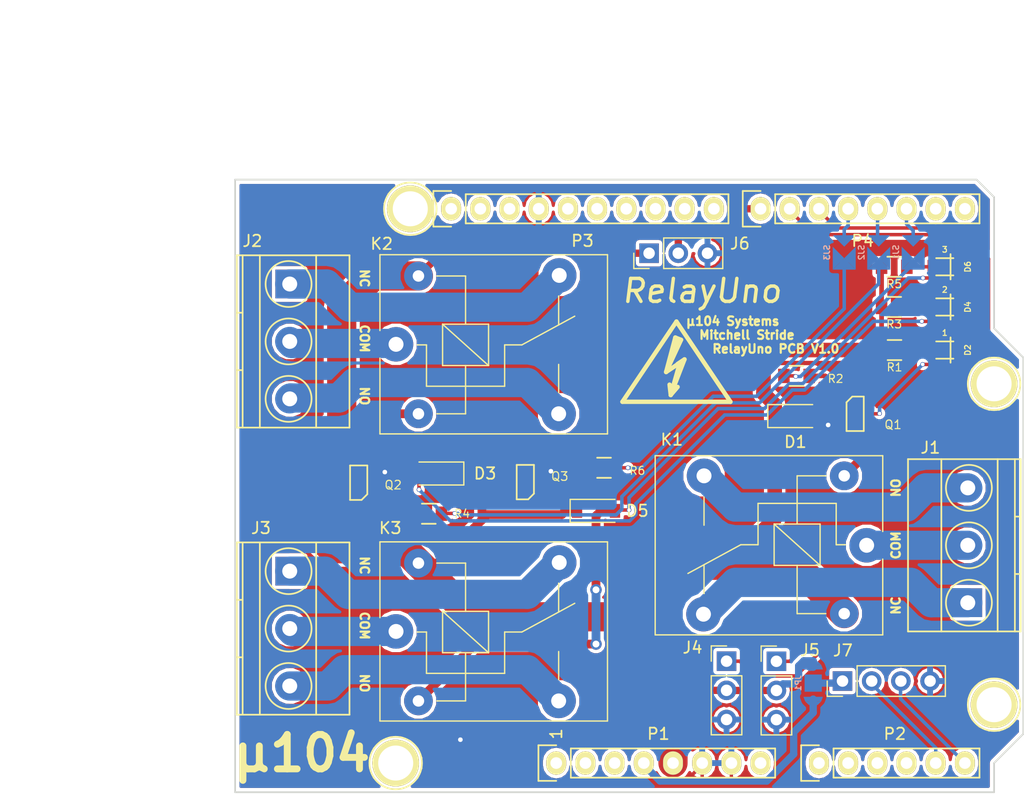
<source format=kicad_pcb>
(kicad_pcb (version 4) (host pcbnew 4.0.7)
  (title_block (date "lun. 30 mars 2015"))
  (layers (0 F.Cu signal) (31 B.Cu signal) (34 B.Paste user) (35 F.Paste user) (36 B.SilkS user) (37 F.SilkS user) (38 B.Mask user) (39 F.Mask user) (44 Edge.Cuts user))
  (net 0 "")
  (net 1 +5V)
  (net 2 GND)
  (net 3 "/A4(SDA)")
  (net 4 "/A5(SCL)")
  (net 5 "Net-(D1-Pad2)")
  (net 6 "Net-(D2-Pad2)")
  (net 7 "Net-(D3-Pad2)")
  (net 8 "Net-(D4-Pad2)")
  (net 9 "Net-(D5-Pad2)")
  (net 10 "Net-(D6-Pad2)")
  (net 11 /NO1)
  (net 12 /NC1)
  (net 13 /COM1)
  (net 14 "Net-(Q1-Pad1)")
  (net 15 "Net-(Q2-Pad1)")
  (net 16 "Net-(Q3-Pad1)")
  (net 17 +3V3)
  (net 18 /7)
  (net 19 "/6(**)")
  (net 20 "/5(**)")
  (net 21 /4)
  (net 22 "/3(**)")
  (net 23 /2)
  (net 24 /relay1)
  (net 25 /relay2)
  (net 26 /relay3)
  (net 27 /NO2)
  (net 28 /NC2)
  (net 29 /COM2)
  (net 30 /NO3)
  (net 31 /NC3)
  (net 32 /COM3)
  (net 33 "Net-(J7-Pad1)")
  (module Socket_Arduino_Uno:Socket_Strip_Arduino_1x08 (layer F.Cu) (at 138.938 123.825)
    (fp_text reference P1 (at 8.89 -2.54) (layer F.SilkS))
    (fp_text value Power)
    (pad 1 thru_hole oval (at 0 0) (size 1.7272 2.032) (drill 1.016) (layers *.Cu *.Mask F.SilkS))
    (pad 2 thru_hole oval (at 2.54 0) (size 1.7272 2.032) (drill 1.016) (layers *.Cu *.Mask F.SilkS))
    (pad 3 thru_hole oval (at 5.08 0) (size 1.7272 2.032) (drill 1.016) (layers *.Cu *.Mask F.SilkS))
    (pad 4 thru_hole oval (at 7.62 0) (size 1.7272 2.032) (drill 1.016) (layers *.Cu *.Mask F.SilkS) (net 17 +3V3))
    (pad 5 thru_hole oval (at 10.16 0) (size 1.7272 2.032) (drill 1.016) (layers *.Cu *.Mask F.SilkS) (net 1 +5V))
    (pad 6 thru_hole oval (at 12.7 0) (size 1.7272 2.032) (drill 1.016) (layers *.Cu *.Mask F.SilkS) (net 2 GND))
    (pad 7 thru_hole oval (at 15.24 0) (size 1.7272 2.032) (drill 1.016) (layers *.Cu *.Mask F.SilkS) (net 2 GND))
    (pad 8 thru_hole oval (at 17.78 0) (size 1.7272 2.032) (drill 1.016) (layers *.Cu *.Mask F.SilkS))
  )
  (module Socket_Arduino_Uno:Socket_Strip_Arduino_1x06 (layer F.Cu) (at 161.798 123.825)
    (fp_text reference P2 (at 6.604 -2.54) (layer F.SilkS))
    (fp_text value Analog)
    (pad 1 thru_hole oval (at 0 0) (size 1.7272 2.032) (drill 1.016) (layers *.Cu *.Mask F.SilkS))
    (pad 2 thru_hole oval (at 2.54 0) (size 1.7272 2.032) (drill 1.016) (layers *.Cu *.Mask F.SilkS))
    (pad 3 thru_hole oval (at 5.08 0) (size 1.7272 2.032) (drill 1.016) (layers *.Cu *.Mask F.SilkS))
    (pad 4 thru_hole oval (at 7.62 0) (size 1.7272 2.032) (drill 1.016) (layers *.Cu *.Mask F.SilkS))
    (pad 5 thru_hole oval (at 10.16 0) (size 1.7272 2.032) (drill 1.016) (layers *.Cu *.Mask F.SilkS) (net 3 "/A4(SDA)"))
    (pad 6 thru_hole oval (at 12.7 0) (size 1.7272 2.032) (drill 1.016) (layers *.Cu *.Mask F.SilkS) (net 4 "/A5(SCL)"))
  )
  (module Socket_Arduino_Uno:Socket_Strip_Arduino_1x10 (layer F.Cu) (at 129.794 75.565)
    (fp_text reference P3 (at 11.43 2.794) (layer F.SilkS))
    (fp_text value Digital)
    (pad 1 thru_hole oval (at 0 0) (size 1.7272 2.032) (drill 1.016) (layers *.Cu *.Mask F.SilkS))
    (pad 2 thru_hole oval (at 2.54 0) (size 1.7272 2.032) (drill 1.016) (layers *.Cu *.Mask F.SilkS))
    (pad 3 thru_hole oval (at 5.08 0) (size 1.7272 2.032) (drill 1.016) (layers *.Cu *.Mask F.SilkS))
    (pad 4 thru_hole oval (at 7.62 0) (size 1.7272 2.032) (drill 1.016) (layers *.Cu *.Mask F.SilkS) (net 2 GND))
    (pad 5 thru_hole oval (at 10.16 0) (size 1.7272 2.032) (drill 1.016) (layers *.Cu *.Mask F.SilkS))
    (pad 6 thru_hole oval (at 12.7 0) (size 1.7272 2.032) (drill 1.016) (layers *.Cu *.Mask F.SilkS))
    (pad 7 thru_hole oval (at 15.24 0) (size 1.7272 2.032) (drill 1.016) (layers *.Cu *.Mask F.SilkS))
    (pad 8 thru_hole oval (at 17.78 0) (size 1.7272 2.032) (drill 1.016) (layers *.Cu *.Mask F.SilkS))
    (pad 9 thru_hole oval (at 20.32 0) (size 1.7272 2.032) (drill 1.016) (layers *.Cu *.Mask F.SilkS))
    (pad 10 thru_hole oval (at 22.86 0) (size 1.7272 2.032) (drill 1.016) (layers *.Cu *.Mask F.SilkS))
  )
  (module Socket_Arduino_Uno:Socket_Strip_Arduino_1x08 (layer F.Cu) (at 156.718 75.565)
    (fp_text reference P4 (at 8.89 2.794) (layer F.SilkS))
    (fp_text value Digital)
    (pad 1 thru_hole oval (at 0 0) (size 1.7272 2.032) (drill 1.016) (layers *.Cu *.Mask F.SilkS) (net 18 /7))
    (pad 2 thru_hole oval (at 2.54 0) (size 1.7272 2.032) (drill 1.016) (layers *.Cu *.Mask F.SilkS) (net 19 "/6(**)"))
    (pad 3 thru_hole oval (at 5.08 0) (size 1.7272 2.032) (drill 1.016) (layers *.Cu *.Mask F.SilkS) (net 20 "/5(**)"))
    (pad 4 thru_hole oval (at 7.62 0) (size 1.7272 2.032) (drill 1.016) (layers *.Cu *.Mask F.SilkS) (net 21 /4))
    (pad 5 thru_hole oval (at 10.16 0) (size 1.7272 2.032) (drill 1.016) (layers *.Cu *.Mask F.SilkS) (net 22 "/3(**)"))
    (pad 6 thru_hole oval (at 12.7 0) (size 1.7272 2.032) (drill 1.016) (layers *.Cu *.Mask F.SilkS) (net 23 /2))
    (pad 7 thru_hole oval (at 15.24 0) (size 1.7272 2.032) (drill 1.016) (layers *.Cu *.Mask F.SilkS))
    (pad 8 thru_hole oval (at 17.78 0) (size 1.7272 2.032) (drill 1.016) (layers *.Cu *.Mask F.SilkS))
  )
  (module Socket_Arduino_Uno:Arduino_1pin (layer F.Cu) (at 124.968 123.825)
    (fp_text reference P5 hide)
    (fp_text value CONN_01X01 hide)
    (pad 1 thru_hole circle (at 0 0) (size 4.064 4.064) (drill 3.048) (layers *.Cu *.Mask F.SilkS))
  )
  (module Socket_Arduino_Uno:Arduino_1pin (layer F.Cu) (at 177.038 118.745)
    (fp_text reference P6 hide)
    (fp_text value CONN_01X01 hide)
    (pad 1 thru_hole circle (at 0 0) (size 4.064 4.064) (drill 3.048) (layers *.Cu *.Mask F.SilkS))
  )
  (module Socket_Arduino_Uno:Arduino_1pin (layer F.Cu) (at 126.238 75.565)
    (fp_text reference P7 hide)
    (fp_text value CONN_01X01 hide)
    (pad 1 thru_hole circle (at 0 0) (size 4.064 4.064) (drill 3.048) (layers *.Cu *.Mask F.SilkS))
  )
  (module Socket_Arduino_Uno:Arduino_1pin (layer F.Cu) (at 177.038 90.805)
    (fp_text reference P8 hide)
    (fp_text value CONN_01X01 hide)
    (pad 1 thru_hole circle (at 0 0) (size 4.064 4.064) (drill 3.048) (layers *.Cu *.Mask F.SilkS))
  )
  (module Diodes_SMD:D_SOD-123 (layer F.Cu) (at 159.598 93.615)
    (fp_text reference D1 (at 0.15 2.25) (layer F.SilkS))
    (fp_text value D)
    (pad 1 smd rect (at -1.65 0) (size 0.9 1.2) (layers F.Cu F.Paste F.Mask) (net 1 +5V))
    (pad 2 smd rect (at 1.65 0) (size 0.9 1.2) (layers F.Cu F.Paste F.Mask) (net 5 "Net-(D1-Pad2)"))
  )
  (module µ104KiCAD_RLC:LED_Wurth_WL-SMCW_0805_G (layer F.Cu) (at 172.748 87.865 180)
    (fp_text reference D2 (at -2 0 270) (layer F.SilkS) (effects (font (size 0.5 0.5) (thickness 0.1))))
    (fp_text value 1 (at 0 1.5 180) (layer F.SilkS) (effects (font (size 0.5 0.5) (thickness 0.1))))
    (pad 1 smd rect (at -1 0 180) (size 1 1.2) (layers F.Cu F.Paste F.Mask) (net 5 "Net-(D1-Pad2)"))
    (pad 2 smd rect (at 1 0 180) (size 1 1.2) (layers F.Cu F.Paste F.Mask) (net 6 "Net-(D2-Pad2)"))
  )
  (module Diodes_SMD:D_SOD-123 (layer F.Cu) (at 128.648 98.615 180)
    (fp_text reference D3 (at -4.1 0 180) (layer F.SilkS))
    (fp_text value D)
    (pad 1 smd rect (at -1.65 0 180) (size 0.9 1.2) (layers F.Cu F.Paste F.Mask) (net 1 +5V))
    (pad 2 smd rect (at 1.65 0 180) (size 0.9 1.2) (layers F.Cu F.Paste F.Mask) (net 7 "Net-(D3-Pad2)"))
  )
  (module µ104KiCAD_RLC:LED_Wurth_WL-SMCW_0805_G (layer F.Cu) (at 172.748 84.115 180)
    (fp_text reference D4 (at -2 0 270) (layer F.SilkS) (effects (font (size 0.5 0.5) (thickness 0.1))))
    (fp_text value 2 (at 0 1.5 180) (layer F.SilkS) (effects (font (size 0.5 0.5) (thickness 0.1))))
    (pad 1 smd rect (at -1 0 180) (size 1 1.2) (layers F.Cu F.Paste F.Mask) (net 7 "Net-(D3-Pad2)"))
    (pad 2 smd rect (at 1 0 180) (size 1 1.2) (layers F.Cu F.Paste F.Mask) (net 8 "Net-(D4-Pad2)"))
  )
  (module Diodes_SMD:D_SOD-123 (layer F.Cu) (at 142.398 101.865)
    (fp_text reference D5 (at 3.6 0) (layer F.SilkS))
    (fp_text value D)
    (pad 1 smd rect (at -1.65 0) (size 0.9 1.2) (layers F.Cu F.Paste F.Mask) (net 1 +5V))
    (pad 2 smd rect (at 1.65 0) (size 0.9 1.2) (layers F.Cu F.Paste F.Mask) (net 9 "Net-(D5-Pad2)"))
  )
  (module µ104KiCAD_RLC:LED_Wurth_WL-SMCW_0805_G (layer F.Cu) (at 172.748 80.615 180)
    (fp_text reference D6 (at -2 0 270) (layer F.SilkS) (effects (font (size 0.5 0.5) (thickness 0.1))))
    (fp_text value 3 (at 0 1.5 180) (layer F.SilkS) (effects (font (size 0.5 0.5) (thickness 0.1))))
    (pad 1 smd rect (at -1 0 180) (size 1 1.2) (layers F.Cu F.Paste F.Mask) (net 9 "Net-(D5-Pad2)"))
    (pad 2 smd rect (at 1 0 180) (size 1 1.2) (layers F.Cu F.Paste F.Mask) (net 10 "Net-(D6-Pad2)"))
  )
  (module TerminalBlocks_Phoenix:TerminalBlock_Phoenix_MKDS1.5-3pol (layer F.Cu) (at 174.748 109.865 90)
    (fp_text reference J1 (at 13.5 -3.25 180) (layer F.SilkS))
    (fp_text value Screw_Terminal_01x03)
    (pad 3 thru_hole circle (at 10 0 90) (size 2.5 2.5) (drill 1.3) (layers *.Cu *.Mask) (net 11 /NO1))
    (pad 1 thru_hole rect (at 0 0 90) (size 2.5 2.5) (drill 1.3) (layers *.Cu *.Mask) (net 12 /NC1))
    (pad 2 thru_hole circle (at 5 0 90) (size 2.5 2.5) (drill 1.3) (layers *.Cu *.Mask) (net 13 /COM1))
  )
  (module TerminalBlocks_Phoenix:TerminalBlock_Phoenix_MKDS1.5-3pol (layer F.Cu) (at 115.748 82.115 270)
    (fp_text reference J2 (at -3.75 3.25 360) (layer F.SilkS))
    (fp_text value Screw_Terminal_01x03)
    (pad 3 thru_hole circle (at 10 0 270) (size 2.5 2.5) (drill 1.3) (layers *.Cu *.Mask) (net 27 /NO2))
    (pad 1 thru_hole rect (at 0 0 270) (size 2.5 2.5) (drill 1.3) (layers *.Cu *.Mask) (net 28 /NC2))
    (pad 2 thru_hole circle (at 5 0 270) (size 2.5 2.5) (drill 1.3) (layers *.Cu *.Mask) (net 29 /COM2))
  )
  (module TerminalBlocks_Phoenix:TerminalBlock_Phoenix_MKDS1.5-3pol (layer F.Cu) (at 115.748 107.115 270)
    (fp_text reference J3 (at -3.75 2.5 360) (layer F.SilkS))
    (fp_text value Screw_Terminal_01x03)
    (pad 3 thru_hole circle (at 10 0 270) (size 2.5 2.5) (drill 1.3) (layers *.Cu *.Mask) (net 30 /NO3))
    (pad 1 thru_hole rect (at 0 0 270) (size 2.5 2.5) (drill 1.3) (layers *.Cu *.Mask) (net 31 /NC3))
    (pad 2 thru_hole circle (at 5 0 270) (size 2.5 2.5) (drill 1.3) (layers *.Cu *.Mask) (net 32 /COM3))
  )
  (module µ104KiCAD_IC:SOT-23-3 (layer F.Cu) (at 164.948 93.415 270)
    (fp_text reference Q1 (at 0.95 -3.3 360) (layer F.SilkS) (effects (font (size 0.75 0.75) (thickness 0.1))))
    (fp_text value Q_NPN_BCE)
    (pad 1 smd rect (at -0.95 1 270) (size 0.9 1) (layers F.Cu F.Paste F.Mask) (net 14 "Net-(Q1-Pad1)"))
    (pad 2 smd rect (at 0.95 1 270) (size 0.9 1) (layers F.Cu F.Paste F.Mask) (net 2 GND))
    (pad 3 smd rect (at 0 -1 270) (size 0.9 1) (layers F.Cu F.Paste F.Mask) (net 5 "Net-(D1-Pad2)"))
  )
  (module µ104KiCAD_IC:SOT-23-3 (layer F.Cu) (at 121.748 99.415 90)
    (fp_text reference Q2 (at -0.2 3 180) (layer F.SilkS) (effects (font (size 0.75 0.75) (thickness 0.1))))
    (fp_text value Q_NPN_BCE)
    (pad 1 smd rect (at -0.95 1 90) (size 0.9 1) (layers F.Cu F.Paste F.Mask) (net 15 "Net-(Q2-Pad1)"))
    (pad 2 smd rect (at 0.95 1 90) (size 0.9 1) (layers F.Cu F.Paste F.Mask) (net 2 GND))
    (pad 3 smd rect (at 0 -1 90) (size 0.9 1) (layers F.Cu F.Paste F.Mask) (net 7 "Net-(D3-Pad2)"))
  )
  (module µ104KiCAD_IC:SOT-23-3 (layer F.Cu) (at 136.248 99.365 90)
    (fp_text reference Q3 (at 0.5 3 180) (layer F.SilkS) (effects (font (size 0.75 0.75) (thickness 0.1))))
    (fp_text value Q_NPN_BCE)
    (pad 1 smd rect (at -0.95 1 90) (size 0.9 1) (layers F.Cu F.Paste F.Mask) (net 16 "Net-(Q3-Pad1)"))
    (pad 2 smd rect (at 0.95 1 90) (size 0.9 1) (layers F.Cu F.Paste F.Mask) (net 2 GND))
    (pad 3 smd rect (at 0 -1 90) (size 0.9 1) (layers F.Cu F.Paste F.Mask) (net 9 "Net-(D5-Pad2)"))
  )
  (module µ104KiCAD_RLC:SMD_pkg_0805 (layer F.Cu) (at 168.373 87.865 180)
    (fp_text reference R1 (at 0 -1.5 180) (layer F.SilkS) (effects (font (size 0.7 0.7) (thickness 0.1))))
    (fp_text value 1k)
    (pad 1 smd rect (at -1.1 0 180) (size 1 1.25) (layers F.Cu F.Paste F.Mask) (net 6 "Net-(D2-Pad2)"))
    (pad 2 smd rect (at 1.1 0 180) (size 1 1.25) (layers F.Cu F.Paste F.Mask) (net 1 +5V))
  )
  (module µ104KiCAD_RLC:SMD_pkg_0805 (layer F.Cu) (at 159.848 90.115 180)
    (fp_text reference R2 (at -3.4 -0.25 180) (layer F.SilkS) (effects (font (size 0.7 0.7) (thickness 0.1))))
    (fp_text value 1k)
    (pad 1 smd rect (at -1.1 0 180) (size 1 1.25) (layers F.Cu F.Paste F.Mask) (net 14 "Net-(Q1-Pad1)"))
    (pad 2 smd rect (at 1.1 0 180) (size 1 1.25) (layers F.Cu F.Paste F.Mask) (net 24 /relay1))
  )
  (module µ104KiCAD_RLC:SMD_pkg_0805 (layer F.Cu) (at 168.348 84.115 180)
    (fp_text reference R3 (at 0 -1.5 180) (layer F.SilkS) (effects (font (size 0.7 0.7) (thickness 0.1))))
    (fp_text value 1k)
    (pad 1 smd rect (at -1.1 0 180) (size 1 1.25) (layers F.Cu F.Paste F.Mask) (net 8 "Net-(D4-Pad2)"))
    (pad 2 smd rect (at 1.1 0 180) (size 1 1.25) (layers F.Cu F.Paste F.Mask) (net 1 +5V))
  )
  (module µ104KiCAD_RLC:SMD_pkg_0805 (layer F.Cu) (at 127.848 102.115)
    (fp_text reference R4 (at 2.9 0) (layer F.SilkS) (effects (font (size 0.7 0.7) (thickness 0.1))))
    (fp_text value 1k)
    (pad 1 smd rect (at -1.1 0) (size 1 1.25) (layers F.Cu F.Paste F.Mask) (net 15 "Net-(Q2-Pad1)"))
    (pad 2 smd rect (at 1.1 0) (size 1 1.25) (layers F.Cu F.Paste F.Mask) (net 25 /relay2))
  )
  (module µ104KiCAD_RLC:SMD_pkg_0805 (layer F.Cu) (at 168.348 80.615 180)
    (fp_text reference R5 (at 0 -1.5 180) (layer F.SilkS) (effects (font (size 0.7 0.7) (thickness 0.1))))
    (fp_text value 1k)
    (pad 1 smd rect (at -1.1 0 180) (size 1 1.25) (layers F.Cu F.Paste F.Mask) (net 10 "Net-(D6-Pad2)"))
    (pad 2 smd rect (at 1.1 0 180) (size 1 1.25) (layers F.Cu F.Paste F.Mask) (net 1 +5V))
  )
  (module µ104KiCAD_RLC:SMD_pkg_0805 (layer F.Cu) (at 143.098 98.115)
    (fp_text reference R6 (at 2.9 0.25) (layer F.SilkS) (effects (font (size 0.7 0.7) (thickness 0.1))))
    (fp_text value 1k)
    (pad 1 smd rect (at -1.1 0) (size 1 1.25) (layers F.Cu F.Paste F.Mask) (net 16 "Net-(Q3-Pad1)"))
    (pad 2 smd rect (at 1.1 0) (size 1 1.25) (layers F.Cu F.Paste F.Mask) (net 26 /relay3))
  )
  (module Relays_THT:Relay_SPDT_SANYOU_SRD_Series_Form_C (layer F.Cu) (at 165.948 104.865 180)
    (fp_text reference K1 (at 16.95 9.2 180) (layer F.SilkS))
    (fp_text value SONGLE_SPDT)
    (pad 2 thru_hole circle (at 1.95 6.05 270) (size 2.5 2.5) (drill 1) (layers *.Cu *.Mask) (net 5 "Net-(D1-Pad2)"))
    (pad 3 thru_hole circle (at 14.15 6.05 270) (size 3 3) (drill 1.3) (layers *.Cu *.Mask) (net 11 /NO1))
    (pad 4 thru_hole circle (at 14.2 -6 270) (size 3 3) (drill 1.3) (layers *.Cu *.Mask) (net 12 /NC1))
    (pad 5 thru_hole circle (at 1.95 -5.95 270) (size 2.5 2.5) (drill 1) (layers *.Cu *.Mask) (net 1 +5V))
    (pad 1 thru_hole circle (at 0 0 270) (size 3 3) (drill 1.3) (layers *.Cu *.Mask) (net 13 /COM1))
  )
  (module Relays_THT:Relay_SPDT_SANYOU_SRD_Series_Form_C (layer F.Cu) (at 124.998 87.365)
    (fp_text reference K2 (at -1.25 -8.75) (layer F.SilkS))
    (fp_text value SONGLE_SPDT)
    (pad 2 thru_hole circle (at 1.95 6.05 90) (size 2.5 2.5) (drill 1) (layers *.Cu *.Mask) (net 7 "Net-(D3-Pad2)"))
    (pad 3 thru_hole circle (at 14.15 6.05 90) (size 3 3) (drill 1.3) (layers *.Cu *.Mask) (net 27 /NO2))
    (pad 4 thru_hole circle (at 14.2 -6 90) (size 3 3) (drill 1.3) (layers *.Cu *.Mask) (net 28 /NC2))
    (pad 5 thru_hole circle (at 1.95 -5.95 90) (size 2.5 2.5) (drill 1) (layers *.Cu *.Mask) (net 1 +5V))
    (pad 1 thru_hole circle (at 0 0 90) (size 3 3) (drill 1.3) (layers *.Cu *.Mask) (net 29 /COM2))
  )
  (module Relays_THT:Relay_SPDT_SANYOU_SRD_Series_Form_C (layer F.Cu) (at 124.998 112.365)
    (fp_text reference K3 (at -0.5 -9) (layer F.SilkS))
    (fp_text value SONGLE_SPDT)
    (pad 2 thru_hole circle (at 1.95 6.05 90) (size 2.5 2.5) (drill 1) (layers *.Cu *.Mask) (net 9 "Net-(D5-Pad2)"))
    (pad 3 thru_hole circle (at 14.15 6.05 90) (size 3 3) (drill 1.3) (layers *.Cu *.Mask) (net 30 /NO3))
    (pad 4 thru_hole circle (at 14.2 -6 90) (size 3 3) (drill 1.3) (layers *.Cu *.Mask) (net 31 /NC3))
    (pad 5 thru_hole circle (at 1.95 -5.95 90) (size 2.5 2.5) (drill 1) (layers *.Cu *.Mask) (net 1 +5V))
    (pad 1 thru_hole circle (at 0 0 90) (size 3 3) (drill 1.3) (layers *.Cu *.Mask) (net 32 /COM3))
  )
  (module µ104KiCAD:Symbol_HighVoltage_Type2_SilkTop_VerySmall (layer F.Cu) (at 149.398 89.575)
    (fp_text reference logo1 hide)
    (fp_text value Logo hide)
  )
  (module µ104KiCAD:solderBridge (layer B.Cu) (at 169.998 79.365 180)
    (fp_text reference SJ1 (at 1.5 0 450) (layer B.SilkS) (effects (font (size 0.5 0.5) (thickness 0.1)) (justify mirror)))
    (fp_text value SolderJumper hide)
    (pad 1 smd trapezoid (at 0 1 180) (size 1 1) (rect_delta 0 0.999) (layers B.Cu B.Paste B.Mask) (net 23 /2))
    (pad 2 smd trapezoid (at -0.5 -0.5 90) (size 1 1) (rect_delta 0 0.999) (layers B.Cu B.Paste B.Mask) (net 24 /relay1))
    (pad 2 smd trapezoid (at 0.5 -0.5 270) (size 1 1) (rect_delta 0 0.999) (layers B.Cu B.Paste B.Mask) (net 24 /relay1))
    (pad 2 smd trapezoid (at 0 -1) (size 1 1) (rect_delta 0 0.999) (layers B.Cu B.Paste B.Mask) (net 24 /relay1))
  )
  (module µ104KiCAD:solderBridge (layer B.Cu) (at 166.998 79.365 180)
    (fp_text reference SJ2 (at 1.5 0 450) (layer B.SilkS) (effects (font (size 0.5 0.5) (thickness 0.1)) (justify mirror)))
    (fp_text value SolderJumper hide)
    (pad 1 smd trapezoid (at 0 1 180) (size 1 1) (rect_delta 0 0.999) (layers B.Cu B.Paste B.Mask) (net 22 "/3(**)"))
    (pad 2 smd trapezoid (at -0.5 -0.5 90) (size 1 1) (rect_delta 0 0.999) (layers B.Cu B.Paste B.Mask) (net 25 /relay2))
    (pad 2 smd trapezoid (at 0.5 -0.5 270) (size 1 1) (rect_delta 0 0.999) (layers B.Cu B.Paste B.Mask) (net 25 /relay2))
    (pad 2 smd trapezoid (at 0 -1) (size 1 1) (rect_delta 0 0.999) (layers B.Cu B.Paste B.Mask) (net 25 /relay2))
  )
  (module µ104KiCAD:solderBridge (layer B.Cu) (at 163.998 79.365 180)
    (fp_text reference SJ3 (at 1.5 0 450) (layer B.SilkS) (effects (font (size 0.5 0.5) (thickness 0.1)) (justify mirror)))
    (fp_text value SolderJumper hide)
    (pad 1 smd trapezoid (at 0 1 180) (size 1 1) (rect_delta 0 0.999) (layers B.Cu B.Paste B.Mask) (net 21 /4))
    (pad 2 smd trapezoid (at -0.5 -0.5 90) (size 1 1) (rect_delta 0 0.999) (layers B.Cu B.Paste B.Mask) (net 26 /relay3))
    (pad 2 smd trapezoid (at 0.5 -0.5 270) (size 1 1) (rect_delta 0 0.999) (layers B.Cu B.Paste B.Mask) (net 26 /relay3))
    (pad 2 smd trapezoid (at 0 -1) (size 1 1) (rect_delta 0 0.999) (layers B.Cu B.Paste B.Mask) (net 26 /relay3))
  )
  (module µ104KiCAD:Jumper_EGG_2way (layer B.Cu) (at 161.298 116.865 270)
    (fp_text reference JP1 (at 0 1.3 270) (layer B.SilkS) (effects (font (size 0.5 0.5) (thickness 0.1)) (justify mirror)))
    (fp_text value Jumper_NC_Dual hide)
    (pad 1 smd trapezoid (at -1.94 0 90) (size 0.1 0.5) (rect_delta 0.3 0) (layers B.Cu B.Mask) (net 1 +5V))
    (pad 1 smd trapezoid (at -1.74 0 90) (size 0.3 1.1) (rect_delta 0.3 0) (layers B.Cu B.Mask) (net 1 +5V))
    (pad 1 smd trapezoid (at -1.39 0 90) (size 0.4 1.55) (rect_delta 0.15 0) (layers B.Cu B.Mask) (net 1 +5V))
    (pad 3 smd trapezoid (at 1.39 0 270) (size 0.4 1.55) (rect_delta 0.15 0) (layers B.Cu B.Mask) (net 17 +3V3))
    (pad 3 smd trapezoid (at 1.74 0 270) (size 0.3 1.1) (rect_delta 0.3 0) (layers B.Cu B.Mask) (net 17 +3V3))
    (pad 3 smd trapezoid (at 1.94 0 270) (size 0.1 0.5) (rect_delta 0.3 0) (layers B.Cu B.Mask) (net 17 +3V3))
    (pad 2 smd rect (at 0 0 270) (size 1.5 1.5) (layers B.Cu B.Paste B.Mask) (net 33 "Net-(J7-Pad1)"))
  )
  (module Pin_Headers:Pin_Header_Straight_1x03_Pitch2.54mm (layer F.Cu) (at 153.758 114.955)
    (fp_text reference J4 (at -2.96 -1.18) (layer F.SilkS))
    (fp_text value SERVO1)
    (pad 1 thru_hole rect (at 0 0) (size 1.7 1.7) (drill 1) (layers *.Cu *.Mask) (net 20 "/5(**)"))
    (pad 2 thru_hole oval (at 0 2.54) (size 1.7 1.7) (drill 1) (layers *.Cu *.Mask) (net 1 +5V))
    (pad 3 thru_hole oval (at 0 5.08) (size 1.7 1.7) (drill 1) (layers *.Cu *.Mask) (net 2 GND))
  )
  (module Pin_Headers:Pin_Header_Straight_1x03_Pitch2.54mm (layer F.Cu) (at 158.098 114.965)
    (fp_text reference J5 (at 2.92 -0.97) (layer F.SilkS))
    (fp_text value SERVO2)
    (pad 1 thru_hole rect (at 0 0) (size 1.7 1.7) (drill 1) (layers *.Cu *.Mask) (net 19 "/6(**)"))
    (pad 2 thru_hole oval (at 0 2.54) (size 1.7 1.7) (drill 1) (layers *.Cu *.Mask) (net 1 +5V))
    (pad 3 thru_hole oval (at 0 5.08) (size 1.7 1.7) (drill 1) (layers *.Cu *.Mask) (net 2 GND))
  )
  (module Pin_Headers:Pin_Header_Straight_1x03_Pitch2.54mm (layer F.Cu) (at 147.018 79.435 90)
    (fp_text reference J6 (at 0.84 7.9 180) (layer F.SilkS))
    (fp_text value DEVICE)
    (pad 1 thru_hole rect (at 0 0 90) (size 1.7 1.7) (drill 1) (layers *.Cu *.Mask) (net 1 +5V))
    (pad 2 thru_hole oval (at 0 2.54 90) (size 1.7 1.7) (drill 1) (layers *.Cu *.Mask) (net 18 /7))
    (pad 3 thru_hole oval (at 0 5.08 90) (size 1.7 1.7) (drill 1) (layers *.Cu *.Mask) (net 2 GND))
  )
  (module Pin_Headers:Pin_Header_Straight_1x04_Pitch2.54mm (layer F.Cu) (at 163.848 116.685 90)
    (fp_text reference J7 (at 2.66 0.03 180) (layer F.SilkS))
    (fp_text value I2C)
    (pad 1 thru_hole rect (at 0 0 90) (size 1.7 1.7) (drill 1) (layers *.Cu *.Mask) (net 33 "Net-(J7-Pad1)"))
    (pad 2 thru_hole oval (at 0 2.54 90) (size 1.7 1.7) (drill 1) (layers *.Cu *.Mask) (net 3 "/A4(SDA)"))
    (pad 3 thru_hole oval (at 0 5.08 90) (size 1.7 1.7) (drill 1) (layers *.Cu *.Mask) (net 4 "/A5(SCL)"))
    (pad 4 thru_hole oval (at 0 7.62 90) (size 1.7 1.7) (drill 1) (layers *.Cu *.Mask) (net 2 GND))
  )
  (gr_text µ104 (at 116.818 122.975) (layer F.SilkS) (effects (font (size 3 3) (thickness 0.6))))
  (gr_text "µ104 Systems\n  Mitchell Stride\n    RelayUno PCB V1.0" (at 150.138 86.555) (layer F.SilkS) (effects (font (size 0.75 0.75) (thickness 0.1875)) (justify left)))
  (gr_text COM (at 122.248 86.865 270) (layer F.SilkS) (effects (font (size 0.75 0.75) (thickness 0.1875))))
  (gr_text NC (at 122.248 81.615 270) (layer F.SilkS) (effects (font (size 0.75 0.75) (thickness 0.1875))))
  (gr_text "NO\n" (at 122.248 91.865 270) (layer F.SilkS) (effects (font (size 0.75 0.75) (thickness 0.1875))))
  (gr_text NC (at 122.248 106.615 270) (layer F.SilkS) (effects (font (size 0.75 0.75) (thickness 0.1875))))
  (gr_text COM (at 122.248 111.865 270) (layer F.SilkS) (effects (font (size 0.75 0.75) (thickness 0.1875))))
  (gr_text "NO\n" (at 122.248 116.865 270) (layer F.SilkS) (effects (font (size 0.75 0.75) (thickness 0.1875))))
  (gr_text NC (at 168.498 110.115 90) (layer F.SilkS) (effects (font (size 0.75 0.75) (thickness 0.1875))))
  (gr_text "NO\n" (at 168.498 99.865 90) (layer F.SilkS) (effects (font (size 0.75 0.75) (thickness 0.1875))))
  (gr_text COM (at 168.498 104.865 90) (layer F.SilkS) (effects (font (size 0.75 0.75) (thickness 0.1875))))
  (gr_text "RelayUno\n" (at 151.608 82.715) (layer F.SilkS) (effects (font (size 2 2) (thickness 0.3) italic)))
  (gr_text 1 (at 138.938 121.285 90) (layer F.SilkS) (effects (font (size 1 1))))
  (gr_line (start 177.038 74.549) (end 175.514 73.025) (angle 90) (layer Edge.Cuts) (width 0.15))
  (gr_line (start 177.038 85.979) (end 177.038 74.549) (angle 90) (layer Edge.Cuts) (width 0.15))
  (gr_line (start 179.578 88.519) (end 177.038 85.979) (angle 90) (layer Edge.Cuts) (width 0.15))
  (gr_line (start 179.578 121.285) (end 179.578 88.519) (angle 90) (layer Edge.Cuts) (width 0.15))
  (gr_line (start 177.038 123.825) (end 179.578 121.285) (angle 90) (layer Edge.Cuts) (width 0.15))
  (gr_line (start 177.038 126.365) (end 177.038 123.825) (angle 90) (layer Edge.Cuts) (width 0.15))
  (gr_line (start 110.998 126.365) (end 177.038 126.365) (angle 90) (layer Edge.Cuts) (width 0.15))
  (gr_line (start 110.998 73.025) (end 110.998 126.365) (angle 90) (layer Edge.Cuts) (width 0.15))
  (gr_line (start 175.514 73.025) (end 110.998 73.025) (angle 90) (layer Edge.Cuts) (width 0.15))
  (segment (start 147.018 79.435) (end 145.533 79.435) (width 0.635) (layer F.Cu) (net 1))
  (segment (start 145.533 79.435) (end 144.413 78.315) (width 0.635) (layer F.Cu) (net 1))
  (segment (start 144.413 78.315) (end 130.048 78.315) (width 0.635) (layer F.Cu) (net 1))
  (segment (start 130.048 78.315) (end 126.948 81.415) (width 0.635) (layer F.Cu) (net 1))
  (segment (start 161.298 114.925) (end 160.478 114.925) (width 0.635) (layer B.Cu) (net 1))
  (segment (start 160.478 114.925) (end 160.058 115.345) (width 0.635) (layer B.Cu) (net 1))
  (segment (start 161.298 115.125) (end 161.298 114.925) (width 0.635) (layer B.Cu) (net 1))
  (segment (start 161.298 115.475) (end 161.298 115.125) (width 0.635) (layer B.Cu) (net 1))
  (segment (start 161.298 115.475) (end 161.008 115.475) (width 0.635) (layer B.Cu) (net 1))
  (segment (start 160.030499 116.452501) (end 159.548 116.935) (width 0.635) (layer B.Cu) (net 1))
  (segment (start 161.008 115.475) (end 160.878 115.345) (width 0.635) (layer B.Cu) (net 1))
  (segment (start 160.878 115.345) (end 160.058 115.345) (width 0.635) (layer B.Cu) (net 1))
  (segment (start 160.058 115.345) (end 160.030499 115.372501) (width 0.635) (layer B.Cu) (net 1))
  (segment (start 160.030499 115.372501) (end 160.030499 116.452501) (width 0.635) (layer B.Cu) (net 1))
  (segment (start 159.548 116.935) (end 158.668 116.935) (width 0.635) (layer B.Cu) (net 1))
  (segment (start 158.668 116.935) (end 158.098 117.505) (width 0.635) (layer B.Cu) (net 1))
  (segment (start 153.758 117.495) (end 150.348 117.495) (width 0.635) (layer F.Cu) (net 1))
  (segment (start 150.348 117.495) (end 149.678 118.165) (width 0.635) (layer F.Cu) (net 1))
  (segment (start 149.678 118.165) (end 149.098 118.165) (width 0.635) (layer F.Cu) (net 1))
  (segment (start 158.098 117.505) (end 153.768 117.505) (width 0.635) (layer F.Cu) (net 1))
  (segment (start 153.768 117.505) (end 153.758 117.495) (width 0.635) (layer F.Cu) (net 1))
  (segment (start 149.398 106.605) (end 153.908 106.605) (width 2.54) (layer F.Cu) (net 1))
  (segment (start 153.908 106.605) (end 159.788 106.605) (width 2.54) (layer F.Cu) (net 1))
  (segment (start 157.948 95.485) (end 157.948 102.565) (width 1.27) (layer F.Cu) (net 1))
  (segment (start 157.948 102.565) (end 153.908 106.605) (width 1.27) (layer F.Cu) (net 1))
  (segment (start 145.878 113.285) (end 145.878 110.125) (width 2.54) (layer F.Cu) (net 1))
  (segment (start 145.878 110.125) (end 149.398 106.605) (width 2.54) (layer F.Cu) (net 1))
  (segment (start 159.788 106.605) (end 163.998 110.815) (width 2.54) (layer F.Cu) (net 1))
  (segment (start 149.098 123.825) (end 149.098 118.165) (width 2.54) (layer F.Cu) (net 1))
  (segment (start 143.683 111.09) (end 131.623 111.09) (width 2.54) (layer F.Cu) (net 1))
  (segment (start 149.098 118.165) (end 145.878 114.945) (width 2.54) (layer F.Cu) (net 1))
  (segment (start 145.878 114.945) (end 145.878 113.285) (width 2.54) (layer F.Cu) (net 1))
  (segment (start 145.878 113.285) (end 143.683 111.09) (width 2.54) (layer F.Cu) (net 1))
  (segment (start 131.623 111.09) (end 126.948 106.415) (width 2.54) (layer F.Cu) (net 1))
  (segment (start 140.748 101.865) (end 139.748 101.865) (width 0.762) (layer F.Cu) (net 1))
  (segment (start 139.423 102.19) (end 132.940766 102.19) (width 0.762) (layer F.Cu) (net 1))
  (segment (start 139.748 101.865) (end 139.423 102.19) (width 0.762) (layer F.Cu) (net 1))
  (segment (start 132.940766 102.19) (end 132.473 102.657766) (width 0.762) (layer F.Cu) (net 1))
  (segment (start 132.473 102.657766) (end 132.473 100.09) (width 0.762) (layer F.Cu) (net 1))
  (segment (start 130.998 98.615) (end 130.298 98.615) (width 0.762) (layer F.Cu) (net 1))
  (segment (start 132.473 100.09) (end 130.998 98.615) (width 0.762) (layer F.Cu) (net 1))
  (segment (start 126.948 106.415) (end 128.715766 106.415) (width 0.762) (layer F.Cu) (net 1))
  (segment (start 128.715766 106.415) (end 132.473 102.657766) (width 0.762) (layer F.Cu) (net 1))
  (segment (start 125.698001 105.165001) (end 119.423001 105.165001) (width 2.54) (layer F.Cu) (net 1))
  (segment (start 126.948 106.415) (end 125.698001 105.165001) (width 2.54) (layer F.Cu) (net 1))
  (segment (start 157.948 95.485) (end 157.948 93.615) (width 1.27) (layer F.Cu) (net 1))
  (segment (start 167.273 87.865) (end 158.098 87.865) (width 1.27) (layer F.Cu) (net 1))
  (segment (start 158.098 87.865) (end 156.973 88.99) (width 1.27) (layer F.Cu) (net 1))
  (segment (start 156.973 88.99) (end 156.973 91.64) (width 1.27) (layer F.Cu) (net 1))
  (segment (start 156.973 91.64) (end 157.948 92.615) (width 1.27) (layer F.Cu) (net 1))
  (segment (start 157.948 92.615) (end 157.948 93.615) (width 1.27) (layer F.Cu) (net 1))
  (segment (start 119.423001 105.165001) (end 117.598 103.34) (width 2.54) (layer F.Cu) (net 1))
  (segment (start 117.598 103.34) (end 117.598 96.815) (width 2.54) (layer F.Cu) (net 1))
  (segment (start 117.598 96.815) (end 120.273 94.14) (width 2.54) (layer F.Cu) (net 1))
  (segment (start 120.273 94.14) (end 120.273 84.14) (width 2.54) (layer F.Cu) (net 1))
  (segment (start 120.273 84.14) (end 122.998 81.415) (width 2.54) (layer F.Cu) (net 1))
  (segment (start 122.998 81.415) (end 126.948 81.415) (width 2.54) (layer F.Cu) (net 1))
  (segment (start 167.248 84.115) (end 167.248 87.84) (width 0.4064) (layer F.Cu) (net 1))
  (segment (start 167.248 87.84) (end 167.273 87.865) (width 0.4064) (layer F.Cu) (net 1))
  (segment (start 167.248 80.615) (end 167.248 84.115) (width 0.4064) (layer F.Cu) (net 1))
  (segment (start 134.198 125.39) (end 130.598 121.79) (width 0.3048) (layer F.Cu) (net 2))
  (via (at 130.598 121.79) (size 0.6) (drill 0.4) (layers F.Cu B.Cu) (net 2))
  (segment (start 148.368566 125.39) (end 134.198 125.39) (width 0.3048) (layer F.Cu) (net 2))
  (segment (start 151.638 123.825) (end 151.638 123.9774) (width 0.3048) (layer F.Cu) (net 2))
  (segment (start 151.638 123.9774) (end 150.16799 125.44741) (width 0.3048) (layer F.Cu) (net 2))
  (segment (start 150.16799 125.44741) (end 148.425976 125.44741) (width 0.3048) (layer F.Cu) (net 2))
  (segment (start 148.425976 125.44741) (end 148.368566 125.39) (width 0.3048) (layer F.Cu) (net 2))
  (segment (start 163.948 94.365) (end 162.623 94.365) (width 0.3048) (layer F.Cu) (net 2))
  (segment (start 162.623 94.365) (end 162.598 94.39) (width 0.3048) (layer F.Cu) (net 2))
  (via (at 162.598 94.39) (size 0.6) (drill 0.4) (layers F.Cu B.Cu) (net 2))
  (segment (start 137.248 98.415) (end 138.473 98.415) (width 0.3048) (layer F.Cu) (net 2))
  (via (at 138.473 98.415) (size 0.6) (drill 0.4) (layers F.Cu B.Cu) (net 2))
  (segment (start 122.748 98.465) (end 123.998 98.465) (width 0.3048) (layer F.Cu) (net 2))
  (via (at 124.023 98.49) (size 0.6) (drill 0.4) (layers F.Cu B.Cu) (net 2))
  (segment (start 123.998 98.465) (end 124.023 98.49) (width 0.3048) (layer F.Cu) (net 2))
  (segment (start 171.958 123.825) (end 171.958 122.5042) (width 0.3048) (layer B.Cu) (net 3))
  (segment (start 166.423 116.72) (end 166.388 116.685) (width 0.3048) (layer B.Cu) (net 3))
  (segment (start 171.958 122.5042) (end 166.423 116.9692) (width 0.3048) (layer B.Cu) (net 3))
  (segment (start 166.423 116.9692) (end 166.423 116.72) (width 0.3048) (layer B.Cu) (net 3))
  (segment (start 174.498 123.825) (end 168.898 118.225) (width 0.3048) (layer B.Cu) (net 4))
  (segment (start 168.898 118.225) (end 168.898 116.715) (width 0.3048) (layer B.Cu) (net 4))
  (segment (start 168.898 116.715) (end 168.928 116.685) (width 0.3048) (layer B.Cu) (net 4))
  (segment (start 163.998 98.815) (end 165.948 96.865) (width 0.762) (layer F.Cu) (net 5))
  (segment (start 165.948 96.865) (end 165.948 93.415) (width 0.762) (layer F.Cu) (net 5))
  (segment (start 167.073 93.107158) (end 167.073 93.39) (width 0.3048) (layer B.Cu) (net 5))
  (segment (start 167.073 92.865) (end 167.073 93.107158) (width 0.3048) (layer B.Cu) (net 5))
  (segment (start 170.823 89.115) (end 167.073 92.865) (width 0.3048) (layer B.Cu) (net 5))
  (segment (start 165.948 93.415) (end 167.048 93.415) (width 0.3048) (layer F.Cu) (net 5))
  (segment (start 167.048 93.415) (end 167.073 93.39) (width 0.3048) (layer F.Cu) (net 5))
  (via (at 167.073 93.39) (size 0.4) (drill 0.3) (layers F.Cu B.Cu) (net 5))
  (segment (start 173.748 87.865) (end 173.748 87.965) (width 0.3048) (layer F.Cu) (net 5))
  (segment (start 173.748 87.965) (end 172.598 89.115) (width 0.3048) (layer F.Cu) (net 5))
  (segment (start 172.598 89.115) (end 170.823 89.115) (width 0.3048) (layer F.Cu) (net 5))
  (via (at 170.823 89.115) (size 0.4) (drill 0.3) (layers F.Cu B.Cu) (net 5))
  (segment (start 161.248 93.615) (end 163.148 93.615) (width 0.4064) (layer F.Cu) (net 5))
  (segment (start 165.0416 93.415) (end 165.948 93.415) (width 0.4064) (layer F.Cu) (net 5))
  (segment (start 163.148 93.615) (end 163.348 93.415) (width 0.4064) (layer F.Cu) (net 5))
  (segment (start 163.348 93.415) (end 165.0416 93.415) (width 0.4064) (layer F.Cu) (net 5))
  (segment (start 171.748 87.865) (end 169.473 87.865) (width 0.3048) (layer F.Cu) (net 6))
  (segment (start 126.948 93.415) (end 124.823 93.415) (width 0.762) (layer F.Cu) (net 7))
  (segment (start 124.823 93.415) (end 120.748 97.49) (width 0.762) (layer F.Cu) (net 7))
  (segment (start 120.748 97.49) (end 120.748 98.203) (width 0.762) (layer F.Cu) (net 7))
  (segment (start 120.748 98.203) (end 120.748 99.415) (width 0.762) (layer F.Cu) (net 7))
  (segment (start 170.748 85.365) (end 166.523 85.365) (width 0.3048) (layer B.Cu) (net 7))
  (segment (start 166.523 85.365) (end 160.548 91.34) (width 0.3048) (layer B.Cu) (net 7))
  (segment (start 160.548 91.34) (end 159.473 91.34) (width 0.3048) (layer B.Cu) (net 7))
  (segment (start 159.473 91.34) (end 157.298 93.515) (width 0.3048) (layer B.Cu) (net 7))
  (segment (start 157.298 93.515) (end 153.598 93.515) (width 0.3048) (layer B.Cu) (net 7))
  (segment (start 153.598 93.515) (end 145.873 101.24) (width 0.3048) (layer B.Cu) (net 7))
  (segment (start 145.873 102.19) (end 145.323 102.74) (width 0.3048) (layer B.Cu) (net 7))
  (segment (start 127.197999 100.214999) (end 126.998 100.015) (width 0.3048) (layer B.Cu) (net 7))
  (segment (start 145.873 101.24) (end 145.873 102.19) (width 0.3048) (layer B.Cu) (net 7))
  (segment (start 145.323 102.74) (end 129.723 102.74) (width 0.3048) (layer B.Cu) (net 7))
  (segment (start 129.723 102.74) (end 127.197999 100.214999) (width 0.3048) (layer B.Cu) (net 7))
  (segment (start 126.998 100.015) (end 126.998 98.615) (width 0.3048) (layer F.Cu) (net 7))
  (via (at 126.998 100.015) (size 0.4) (drill 0.3) (layers F.Cu B.Cu) (net 7))
  (segment (start 173.748 84.115) (end 173.748 84.215) (width 0.3048) (layer F.Cu) (net 7))
  (segment (start 173.748 84.215) (end 172.598 85.365) (width 0.3048) (layer F.Cu) (net 7))
  (segment (start 172.598 85.365) (end 172.498 85.365) (width 0.3048) (layer F.Cu) (net 7))
  (segment (start 172.498 85.365) (end 170.748 85.365) (width 0.3048) (layer F.Cu) (net 7))
  (via (at 170.748 85.365) (size 0.4) (drill 0.3) (layers F.Cu B.Cu) (net 7))
  (segment (start 124.373 99.415) (end 125.173 98.615) (width 0.4064) (layer F.Cu) (net 7))
  (segment (start 125.173 98.615) (end 126.998 98.615) (width 0.4064) (layer F.Cu) (net 7))
  (segment (start 120.748 99.415) (end 124.373 99.415) (width 0.4064) (layer F.Cu) (net 7))
  (segment (start 169.448 84.115) (end 171.748 84.115) (width 0.3048) (layer F.Cu) (net 8))
  (segment (start 142.398 108.74) (end 142.398 102.303) (width 0.762) (layer F.Cu) (net 9))
  (segment (start 142.398 102.303) (end 142.836 101.865) (width 0.762) (layer F.Cu) (net 9))
  (segment (start 142.836 101.865) (end 144.048 101.865) (width 0.762) (layer F.Cu) (net 9))
  (segment (start 142.398 113.465) (end 142.398 108.74) (width 0.762) (layer B.Cu) (net 9))
  (via (at 142.398 108.74) (size 1) (drill 0.6) (layers F.Cu B.Cu) (net 9))
  (segment (start 131.898 113.465) (end 142.398 113.465) (width 0.762) (layer F.Cu) (net 9))
  (via (at 142.398 113.465) (size 1) (drill 0.6) (layers F.Cu B.Cu) (net 9))
  (segment (start 128.197999 117.165001) (end 131.898 113.465) (width 0.762) (layer F.Cu) (net 9))
  (segment (start 126.948 118.415) (end 128.197999 117.165001) (width 0.762) (layer F.Cu) (net 9))
  (segment (start 170.848 81.59) (end 169.58409 81.59) (width 0.3048) (layer B.Cu) (net 9))
  (segment (start 169.58409 81.59) (end 160.38409 90.79) (width 0.3048) (layer B.Cu) (net 9))
  (segment (start 160.38409 90.79) (end 159.223 90.79) (width 0.3048) (layer B.Cu) (net 9))
  (segment (start 159.223 90.79) (end 157.048 92.965) (width 0.3048) (layer B.Cu) (net 9))
  (segment (start 145.273 101.507158) (end 145.273 101.79) (width 0.3048) (layer B.Cu) (net 9))
  (segment (start 157.048 92.965) (end 153.023 92.965) (width 0.3048) (layer B.Cu) (net 9))
  (segment (start 153.023 92.965) (end 145.273 100.715) (width 0.3048) (layer B.Cu) (net 9))
  (segment (start 145.273 100.715) (end 145.273 101.507158) (width 0.3048) (layer B.Cu) (net 9))
  (segment (start 145.273 101.79) (end 144.123 101.79) (width 0.3048) (layer F.Cu) (net 9))
  (segment (start 144.123 101.79) (end 144.048 101.865) (width 0.3048) (layer F.Cu) (net 9))
  (via (at 145.273 101.79) (size 0.4) (drill 0.3) (layers F.Cu B.Cu) (net 9))
  (segment (start 173.748 80.615) (end 173.748 80.715) (width 0.3048) (layer F.Cu) (net 9))
  (segment (start 173.748 80.715) (end 172.873 81.59) (width 0.3048) (layer F.Cu) (net 9))
  (segment (start 172.873 81.59) (end 170.848 81.59) (width 0.3048) (layer F.Cu) (net 9))
  (via (at 170.848 81.59) (size 0.4) (drill 0.3) (layers F.Cu B.Cu) (net 9))
  (segment (start 138.880594 101.29) (end 136.3166 101.29) (width 0.4064) (layer F.Cu) (net 9))
  (segment (start 136.3166 101.29) (end 135.248 100.2214) (width 0.4064) (layer F.Cu) (net 9))
  (segment (start 139.311994 100.8586) (end 138.880594 101.29) (width 0.4064) (layer F.Cu) (net 9))
  (segment (start 142.1852 100.8586) (end 139.311994 100.8586) (width 0.4064) (layer F.Cu) (net 9))
  (segment (start 143.1916 101.865) (end 142.1852 100.8586) (width 0.4064) (layer F.Cu) (net 9))
  (segment (start 144.048 101.865) (end 143.1916 101.865) (width 0.4064) (layer F.Cu) (net 9))
  (segment (start 135.248 100.2214) (end 135.248 99.365) (width 0.4064) (layer F.Cu) (net 9))
  (segment (start 171.748 80.615) (end 169.448 80.615) (width 0.3048) (layer F.Cu) (net 10))
  (segment (start 171.098 99.865) (end 169.427999 101.535001) (width 2.54) (layer B.Cu) (net 11))
  (segment (start 169.427999 101.535001) (end 154.518001 101.535001) (width 2.54) (layer B.Cu) (net 11))
  (segment (start 154.518001 101.535001) (end 153.297999 100.314999) (width 2.54) (layer B.Cu) (net 11))
  (segment (start 153.297999 100.314999) (end 151.798 98.815) (width 2.54) (layer B.Cu) (net 11))
  (segment (start 174.748 99.865) (end 171.098 99.865) (width 2.54) (layer B.Cu) (net 11))
  (segment (start 151.748 110.865) (end 154.518001 108.094999) (width 2.54) (layer B.Cu) (net 12))
  (segment (start 154.518001 108.094999) (end 169.802999 108.094999) (width 2.54) (layer B.Cu) (net 12))
  (segment (start 169.802999 108.094999) (end 171.573 109.865) (width 2.54) (layer B.Cu) (net 12))
  (segment (start 171.573 109.865) (end 174.748 109.865) (width 2.54) (layer B.Cu) (net 12))
  (segment (start 165.948 104.865) (end 174.748 104.865) (width 2.54) (layer B.Cu) (net 13))
  (segment (start 160.948 90.115) (end 162.348 90.115) (width 0.4064) (layer F.Cu) (net 14))
  (segment (start 162.348 90.115) (end 163.948 91.715) (width 0.4064) (layer F.Cu) (net 14))
  (segment (start 163.948 91.715) (end 163.948 92.465) (width 0.4064) (layer F.Cu) (net 14))
  (segment (start 126.748 102.115) (end 126.748 101.99) (width 0.4064) (layer F.Cu) (net 15))
  (segment (start 126.748 101.99) (end 125.123 100.365) (width 0.4064) (layer F.Cu) (net 15))
  (segment (start 125.123 100.365) (end 122.748 100.365) (width 0.4064) (layer F.Cu) (net 15))
  (segment (start 141.998 98.115) (end 141.998 99.54) (width 0.4064) (layer F.Cu) (net 16))
  (segment (start 141.998 99.54) (end 141.448 100.09) (width 0.4064) (layer F.Cu) (net 16))
  (segment (start 141.448 100.09) (end 139.223 100.09) (width 0.4064) (layer F.Cu) (net 16))
  (segment (start 139.223 100.09) (end 138.998 100.315) (width 0.4064) (layer F.Cu) (net 16))
  (segment (start 138.998 100.315) (end 137.248 100.315) (width 0.4064) (layer F.Cu) (net 16))
  (segment (start 161.298 118.605) (end 161.298 119.44) (width 0.635) (layer B.Cu) (net 17))
  (segment (start 161.298 119.44) (end 159.598 121.14) (width 0.635) (layer B.Cu) (net 17))
  (segment (start 159.598 121.14) (end 159.598 123.050584) (width 0.635) (layer B.Cu) (net 17))
  (segment (start 159.598 123.050584) (end 157.258584 125.39) (width 0.635) (layer B.Cu) (net 17))
  (segment (start 157.258584 125.39) (end 147.9706 125.39) (width 0.635) (layer B.Cu) (net 17))
  (segment (start 147.9706 125.39) (end 146.558 123.9774) (width 0.635) (layer B.Cu) (net 17))
  (segment (start 146.558 123.9774) (end 146.558 123.825) (width 0.635) (layer B.Cu) (net 17))
  (segment (start 161.298 118.605) (end 161.298 118.805) (width 0.635) (layer B.Cu) (net 17))
  (segment (start 161.298 118.255) (end 161.298 118.605) (width 0.635) (layer B.Cu) (net 17))
  (segment (start 149.558 79.435) (end 149.558 78.232919) (width 0.635) (layer F.Cu) (net 18))
  (segment (start 149.558 78.232919) (end 150.275919 77.515) (width 0.635) (layer F.Cu) (net 18))
  (segment (start 150.275919 77.515) (end 153.2694 77.515) (width 0.635) (layer F.Cu) (net 18))
  (segment (start 153.2694 77.515) (end 155.2194 75.565) (width 0.635) (layer F.Cu) (net 18))
  (segment (start 155.2194 75.565) (end 156.718 75.565) (width 0.635) (layer F.Cu) (net 18))
  (segment (start 173.498 77.815) (end 161.3556 77.815) (width 0.3048) (layer F.Cu) (net 19))
  (segment (start 161.3556 77.815) (end 159.258 75.7174) (width 0.3048) (layer F.Cu) (net 19))
  (segment (start 159.258 75.7174) (end 159.258 75.565) (width 0.3048) (layer F.Cu) (net 19))
  (segment (start 176.048 80.365) (end 173.498 77.815) (width 0.3048) (layer F.Cu) (net 19))
  (segment (start 176.048 87.299322) (end 176.048 80.365) (width 0.3048) (layer F.Cu) (net 19))
  (segment (start 173.823 89.524322) (end 176.048 87.299322) (width 0.3048) (layer F.Cu) (net 19))
  (segment (start 173.823 91.832824) (end 173.823 89.524322) (width 0.3048) (layer F.Cu) (net 19))
  (segment (start 178.198 105.943446) (end 178.198 96.207824) (width 0.3048) (layer F.Cu) (net 19))
  (segment (start 178.198 96.207824) (end 173.823 91.832824) (width 0.3048) (layer F.Cu) (net 19))
  (segment (start 178.248 109.499322) (end 178.248 105.993446) (width 0.3048) (layer F.Cu) (net 19))
  (segment (start 178.248 105.993446) (end 178.198 105.943446) (width 0.3048) (layer F.Cu) (net 19))
  (segment (start 174.682322 113.065) (end 178.248 109.499322) (width 0.3048) (layer F.Cu) (net 19))
  (segment (start 161.1528 113.065) (end 174.682322 113.065) (width 0.3048) (layer F.Cu) (net 19))
  (segment (start 158.098 114.965) (end 159.2528 114.965) (width 0.3048) (layer F.Cu) (net 19))
  (segment (start 159.2528 114.965) (end 161.1528 113.065) (width 0.3048) (layer F.Cu) (net 19))
  (segment (start 156.1978 116.24) (end 154.9128 114.955) (width 0.3048) (layer F.Cu) (net 20))
  (segment (start 154.9128 114.955) (end 153.758 114.955) (width 0.3048) (layer F.Cu) (net 20))
  (segment (start 159.795599 116.24) (end 156.1978 116.24) (width 0.3048) (layer F.Cu) (net 20))
  (segment (start 175.339311 113.762599) (end 162.273 113.762599) (width 0.3048) (layer F.Cu) (net 20))
  (segment (start 178.752811 96.048725) (end 178.752811 110.349099) (width 0.3048) (layer F.Cu) (net 20))
  (segment (start 161.798 75.7174) (end 163.31579 77.23519) (width 0.3048) (layer F.Cu) (net 20))
  (segment (start 178.752811 110.349099) (end 175.339311 113.762599) (width 0.3048) (layer F.Cu) (net 20))
  (segment (start 162.273 113.762599) (end 159.795599 116.24) (width 0.3048) (layer F.Cu) (net 20))
  (segment (start 176.552811 79.930901) (end 176.552811 87.508421) (width 0.3048) (layer F.Cu) (net 20))
  (segment (start 174.653599 89.407633) (end 174.653599 91.949513) (width 0.3048) (layer F.Cu) (net 20))
  (segment (start 176.552811 87.508421) (end 174.653599 89.407633) (width 0.3048) (layer F.Cu) (net 20))
  (segment (start 173.8571 77.23519) (end 176.552811 79.930901) (width 0.3048) (layer F.Cu) (net 20))
  (segment (start 174.653599 91.949513) (end 178.752811 96.048725) (width 0.3048) (layer F.Cu) (net 20))
  (segment (start 163.31579 77.23519) (end 173.8571 77.23519) (width 0.3048) (layer F.Cu) (net 20))
  (segment (start 161.798 75.565) (end 161.798 75.7174) (width 0.3048) (layer F.Cu) (net 20))
  (segment (start 164.338 77.025) (end 163.998 77.365) (width 0.3048) (layer B.Cu) (net 21))
  (segment (start 163.998 77.365) (end 163.998 78.365) (width 0.3048) (layer B.Cu) (net 21))
  (segment (start 164.338 75.565) (end 164.338 77.025) (width 0.3048) (layer B.Cu) (net 21))
  (segment (start 166.998 78.365) (end 166.898 78.265) (width 0.3048) (layer B.Cu) (net 22))
  (segment (start 166.898 75.585) (end 166.878 75.565) (width 0.3048) (layer B.Cu) (net 22))
  (segment (start 166.898 78.265) (end 166.898 75.585) (width 0.3048) (layer B.Cu) (net 22))
  (segment (start 169.998 77.4658) (end 169.998 78.365) (width 0.3048) (layer B.Cu) (net 23))
  (segment (start 169.418 75.565) (end 169.418 76.8858) (width 0.3048) (layer B.Cu) (net 23))
  (segment (start 169.418 76.8858) (end 169.998 77.4658) (width 0.3048) (layer B.Cu) (net 23))
  (segment (start 160.198 90.165) (end 160.055842 90.165) (width 0.3048) (layer B.Cu) (net 24))
  (segment (start 159.723 90.115) (end 159.773 90.165) (width 0.3048) (layer F.Cu) (net 24))
  (segment (start 169.998 80.365) (end 160.198 90.165) (width 0.3048) (layer B.Cu) (net 24))
  (segment (start 158.748 90.115) (end 159.723 90.115) (width 0.3048) (layer F.Cu) (net 24))
  (via (at 159.773 90.165) (size 0.4) (drill 0.3) (layers F.Cu B.Cu) (net 24))
  (segment (start 160.055842 90.165) (end 159.773 90.165) (width 0.3048) (layer B.Cu) (net 24))
  (segment (start 169.998 80.365) (end 170.498 79.865) (width 0.3048) (layer B.Cu) (net 24))
  (segment (start 169.498 79.865) (end 169.998 80.365) (width 0.3048) (layer B.Cu) (net 24))
  (segment (start 166.998 80.365) (end 166.998 82.09) (width 0.3048) (layer B.Cu) (net 25))
  (segment (start 156.62781 92.46019) (end 152.8139 92.46019) (width 0.3048) (layer B.Cu) (net 25))
  (segment (start 166.998 82.09) (end 156.62781 92.46019) (width 0.3048) (layer B.Cu) (net 25))
  (segment (start 152.8139 92.46019) (end 144.648 100.62609) (width 0.3048) (layer B.Cu) (net 25))
  (segment (start 130.380842 102.09) (end 130.098 102.09) (width 0.3048) (layer B.Cu) (net 25))
  (segment (start 144.648 100.62609) (end 144.648 101.715) (width 0.3048) (layer B.Cu) (net 25))
  (segment (start 144.648 101.715) (end 144.148 102.215) (width 0.3048) (layer B.Cu) (net 25))
  (segment (start 144.148 102.215) (end 130.505842 102.215) (width 0.3048) (layer B.Cu) (net 25))
  (segment (start 130.505842 102.215) (end 130.380842 102.09) (width 0.3048) (layer B.Cu) (net 25))
  (segment (start 130.098 102.09) (end 128.973 102.09) (width 0.3048) (layer F.Cu) (net 25))
  (segment (start 128.973 102.09) (end 128.948 102.115) (width 0.3048) (layer F.Cu) (net 25))
  (via (at 130.098 102.09) (size 0.4) (drill 0.3) (layers F.Cu B.Cu) (net 25))
  (segment (start 166.998 80.365) (end 167.498 79.865) (width 0.3048) (layer B.Cu) (net 25))
  (segment (start 166.498 79.865) (end 166.998 80.365) (width 0.3048) (layer B.Cu) (net 25))
  (segment (start 145.173 98.115) (end 146.373 98.115) (width 0.3048) (layer B.Cu) (net 26))
  (segment (start 146.373 98.115) (end 152.598 91.89) (width 0.3048) (layer B.Cu) (net 26))
  (segment (start 152.598 91.89) (end 156.373 91.89) (width 0.3048) (layer B.Cu) (net 26))
  (segment (start 156.373 91.89) (end 163.998 84.265) (width 0.3048) (layer B.Cu) (net 26))
  (segment (start 163.998 84.265) (end 163.998 80.365) (width 0.3048) (layer B.Cu) (net 26))
  (segment (start 144.198 98.115) (end 145.173 98.115) (width 0.3048) (layer F.Cu) (net 26))
  (via (at 145.173 98.115) (size 0.4) (drill 0.3) (layers F.Cu B.Cu) (net 26))
  (segment (start 163.998 80.365) (end 163.498 79.865) (width 0.3048) (layer B.Cu) (net 26))
  (segment (start 164.498 79.865) (end 163.998 80.365) (width 0.3048) (layer B.Cu) (net 26))
  (segment (start 139.148 93.415) (end 136.427999 90.694999) (width 2.54) (layer B.Cu) (net 27))
  (segment (start 136.427999 90.694999) (end 121.368001 90.694999) (width 2.54) (layer B.Cu) (net 27))
  (segment (start 121.368001 90.694999) (end 120.023 92.04) (width 2.54) (layer B.Cu) (net 27))
  (segment (start 120.023 92.04) (end 115.823 92.04) (width 2.54) (layer B.Cu) (net 27))
  (segment (start 115.823 92.04) (end 115.748 92.115) (width 2.54) (layer B.Cu) (net 27))
  (segment (start 115.748 82.115) (end 118.948 82.115) (width 2.54) (layer B.Cu) (net 28))
  (segment (start 118.948 82.115) (end 120.968001 84.135001) (width 2.54) (layer B.Cu) (net 28))
  (segment (start 120.968001 84.135001) (end 136.427999 84.135001) (width 2.54) (layer B.Cu) (net 28))
  (segment (start 136.427999 84.135001) (end 137.698001 82.864999) (width 2.54) (layer B.Cu) (net 28))
  (segment (start 137.698001 82.864999) (end 139.198 81.365) (width 2.54) (layer B.Cu) (net 28))
  (segment (start 115.748 87.115) (end 115.923 87.29) (width 2.54) (layer B.Cu) (net 29))
  (segment (start 115.923 87.29) (end 124.923 87.29) (width 2.54) (layer B.Cu) (net 29))
  (segment (start 124.923 87.29) (end 124.998 87.365) (width 2.54) (layer B.Cu) (net 29))
  (segment (start 115.748 117.115) (end 119.073 117.115) (width 2.54) (layer B.Cu) (net 30))
  (segment (start 119.073 117.115) (end 120.493001 115.694999) (width 2.54) (layer B.Cu) (net 30))
  (segment (start 120.493001 115.694999) (end 136.427999 115.694999) (width 2.54) (layer B.Cu) (net 30))
  (segment (start 136.427999 115.694999) (end 137.648001 116.915001) (width 2.54) (layer B.Cu) (net 30))
  (segment (start 137.648001 116.915001) (end 139.148 118.415) (width 2.54) (layer B.Cu) (net 30))
  (segment (start 115.748 107.115) (end 118.798 107.115) (width 2.54) (layer B.Cu) (net 31))
  (segment (start 137.698001 107.864999) (end 139.198 106.365) (width 2.54) (layer B.Cu) (net 31))
  (segment (start 118.798 107.115) (end 120.818001 109.135001) (width 2.54) (layer B.Cu) (net 31))
  (segment (start 120.818001 109.135001) (end 136.427999 109.135001) (width 2.54) (layer B.Cu) (net 31))
  (segment (start 136.427999 109.135001) (end 137.698001 107.864999) (width 2.54) (layer B.Cu) (net 31))
  (segment (start 124.998 112.365) (end 115.998 112.365) (width 2.54) (layer B.Cu) (net 32))
  (segment (start 115.998 112.365) (end 115.748 112.115) (width 2.54) (layer B.Cu) (net 32))
  (segment (start 161.298 116.865) (end 163.668 116.865) (width 0.635) (layer B.Cu) (net 33))
  (segment (start 163.668 116.865) (end 163.848 116.685) (width 0.635) (layer B.Cu) (net 33))
  (zone (net 2) (net_name GND) (layer F.Cu) (connect_pads (clearance 0.3)) (min_thickness 0.254) (fill yes (arc_segments 16) (thermal_gap 0.3) (thermal_bridge_width 0.3))
    (polygon (pts (xy 110.998 73.04) (xy 175.498 73.015) (xy 177.048 74.565) (xy 177.048 85.94) (xy 177.048 85.99) (xy 179.573 88.515) (xy 179.573 121.29) (xy 177.048 123.815) (xy 177.048 126.365) (xy 110.998 126.365)))
  )
  (zone (net 2) (net_name GND) (layer B.Cu) (connect_pads (clearance 0.3)) (min_thickness 0.254) (fill yes (arc_segments 16) (thermal_gap 0.508) (thermal_bridge_width 0.508))
    (polygon (pts (xy 110.998 73.04) (xy 175.498 73.015) (xy 177.048 74.54) (xy 177.073 86.015) (xy 179.573 88.515) (xy 179.573 121.29) (xy 177.048 123.815) (xy 177.048 126.365) (xy 110.998 126.365)))
  )
)
</source>
